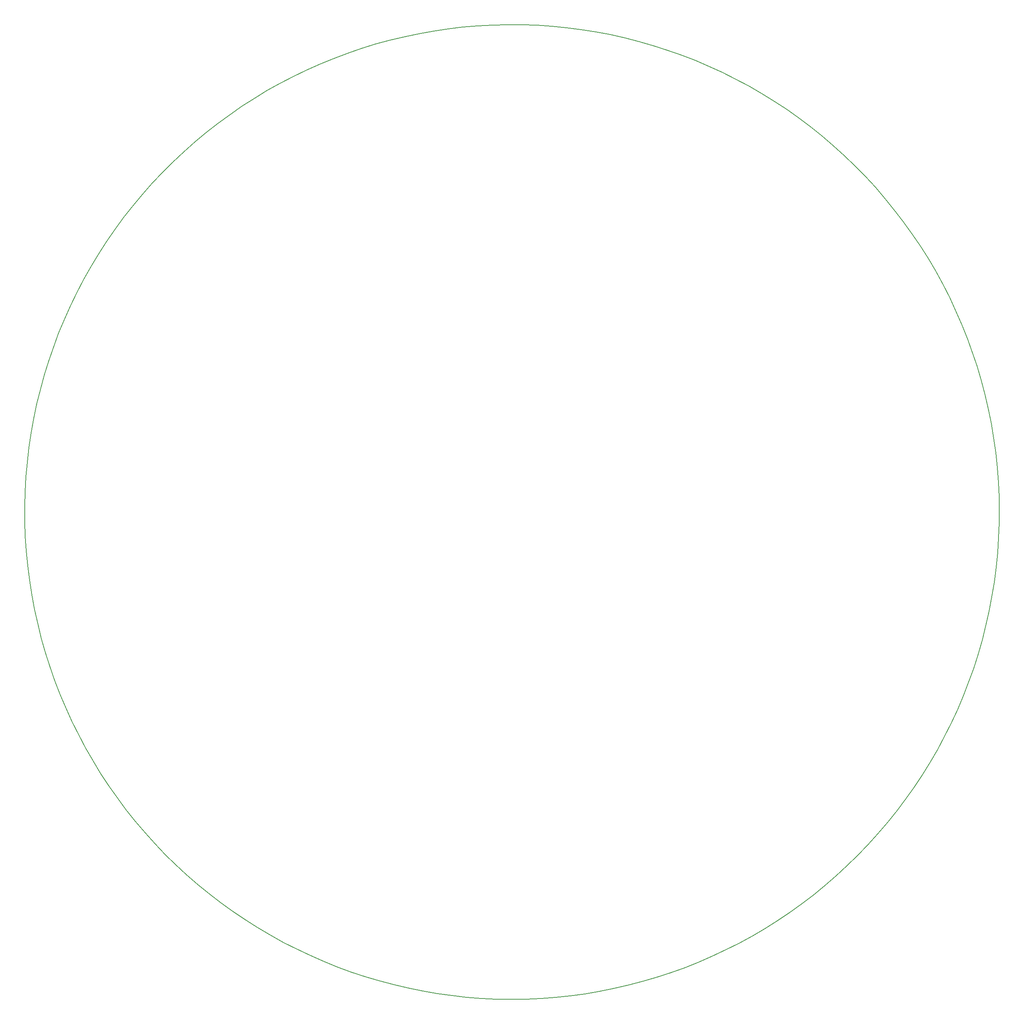
<source format=gbr>
G04 DipTrace 2.3.1.0*
%INBoardOutline_58744_REV3_BLACKPOINT.gbr*%
%MOIN*%
%ADD11C,0.0055*%
%FSLAX44Y44*%
G04*
G70*
G90*
G75*
G01*
%LNBoardOutline*%
%LPD*%
X90491Y44955D2*
D11*
X90540Y46270D1*
X90551Y47247D1*
X90531Y48563D1*
X90471Y49878D1*
X90371Y51190D1*
X90232Y52499D1*
X90052Y53803D1*
X89833Y55100D1*
X89575Y56391D1*
X89278Y57673D1*
X88941Y58945D1*
X88567Y60207D1*
X88154Y61457D1*
X87703Y62693D1*
X87215Y63916D1*
X86690Y65122D1*
X86129Y66313D1*
X85531Y67486D1*
X84899Y68640D1*
X84231Y69774D1*
X83530Y70888D1*
X82795Y71979D1*
X82027Y73048D1*
X81227Y74093D1*
X80395Y75113D1*
X79533Y76108D1*
X78641Y77076D1*
X77720Y78016D1*
X76771Y78928D1*
X75795Y79810D1*
X74792Y80663D1*
X73764Y81484D1*
X72712Y82275D1*
X71636Y83032D1*
X70537Y83757D1*
X69417Y84448D1*
X68276Y85104D1*
X67116Y85726D1*
X65938Y86312D1*
X64742Y86862D1*
X63530Y87375D1*
X62303Y87852D1*
X61062Y88291D1*
X59809Y88691D1*
X58544Y89054D1*
X57268Y89378D1*
X55983Y89663D1*
X54690Y89909D1*
X53391Y90116D1*
X52085Y90283D1*
X50775Y90410D1*
X49462Y90497D1*
X48147Y90545D1*
X46831Y90552D1*
X45515Y90520D1*
X44201Y90447D1*
X42889Y90335D1*
X41582Y90182D1*
X40280Y89991D1*
X38984Y89759D1*
X37696Y89489D1*
X36417Y89179D1*
X35148Y88831D1*
X33890Y88444D1*
X32644Y88019D1*
X31412Y87557D1*
X30195Y87057D1*
X28993Y86520D1*
X27808Y85948D1*
X26641Y85339D1*
X25493Y84696D1*
X24365Y84017D1*
X23258Y83305D1*
X22174Y82560D1*
X21112Y81781D1*
X20075Y80971D1*
X19063Y80130D1*
X18076Y79259D1*
X17117Y78358D1*
X16186Y77428D1*
X15283Y76470D1*
X14410Y75485D1*
X13567Y74475D1*
X12755Y73439D1*
X11975Y72379D1*
X11228Y71295D1*
X10514Y70190D1*
X9833Y69063D1*
X9188Y67916D1*
X8577Y66750D1*
X8003Y65566D1*
X7464Y64365D1*
X6962Y63149D1*
X6498Y61917D1*
X6071Y60672D1*
X5682Y59415D1*
X5331Y58146D1*
X5019Y56868D1*
X4747Y55580D1*
X4513Y54285D1*
X4319Y52983D1*
X4164Y51676D1*
X4050Y50365D1*
X3975Y49051D1*
X3940Y47736D1*
X3945Y46420D1*
X3990Y45104D1*
X4075Y43791D1*
X4200Y42481D1*
X4365Y41175D1*
X4569Y39875D1*
X4813Y38581D1*
X5096Y37296D1*
X5418Y36020D1*
X5778Y34754D1*
X6177Y33500D1*
X6614Y32258D1*
X7088Y31031D1*
X7599Y29818D1*
X8147Y28621D1*
X8731Y27442D1*
X9351Y26281D1*
X10005Y25139D1*
X10694Y24018D1*
X11417Y22918D1*
X12173Y21840D1*
X12961Y20786D1*
X13781Y19757D1*
X14632Y18753D1*
X15513Y17775D1*
X16423Y16824D1*
X17362Y15902D1*
X18328Y15008D1*
X19321Y14144D1*
X20340Y13311D1*
X21383Y12509D1*
X22451Y11739D1*
X23541Y11002D1*
X24654Y10299D1*
X25787Y9630D1*
X26940Y8995D1*
X28112Y8396D1*
X29301Y7832D1*
X30507Y7305D1*
X31728Y6815D1*
X32964Y6362D1*
X34213Y5947D1*
X35474Y5570D1*
X36746Y5232D1*
X38028Y4932D1*
X39318Y4672D1*
X40615Y4450D1*
X41918Y4269D1*
X43227Y4127D1*
X44539Y4025D1*
X45854Y3962D1*
X47170Y3940D1*
X48486Y3958D1*
X49800Y4015D1*
X51113Y4113D1*
X52422Y4251D1*
X53726Y4428D1*
X55024Y4644D1*
X56315Y4901D1*
X57598Y5196D1*
X58871Y5530D1*
X60133Y5902D1*
X61383Y6313D1*
X62621Y6762D1*
X63844Y7248D1*
X65052Y7770D1*
X66243Y8330D1*
X67417Y8925D1*
X68572Y9556D1*
X69707Y10221D1*
X70822Y10921D1*
X71915Y11654D1*
X72985Y12420D1*
X74032Y13218D1*
X75053Y14048D1*
X76049Y14909D1*
X77019Y15799D1*
X77960Y16718D1*
X78874Y17665D1*
X79758Y18640D1*
X80612Y19641D1*
X81436Y20668D1*
X82228Y21719D1*
X82987Y22794D1*
X83714Y23892D1*
X84407Y25011D1*
X85065Y26150D1*
X85689Y27309D1*
X86277Y28486D1*
X86829Y29681D1*
X87344Y30892D1*
X87823Y32118D1*
X88264Y33358D1*
X88667Y34611D1*
X89032Y35876D1*
X89358Y37151D1*
X89645Y38435D1*
X89894Y39728D1*
X90102Y41027D1*
X90272Y42332D1*
X90401Y43642D1*
X90491Y44955D1*
M02*

</source>
